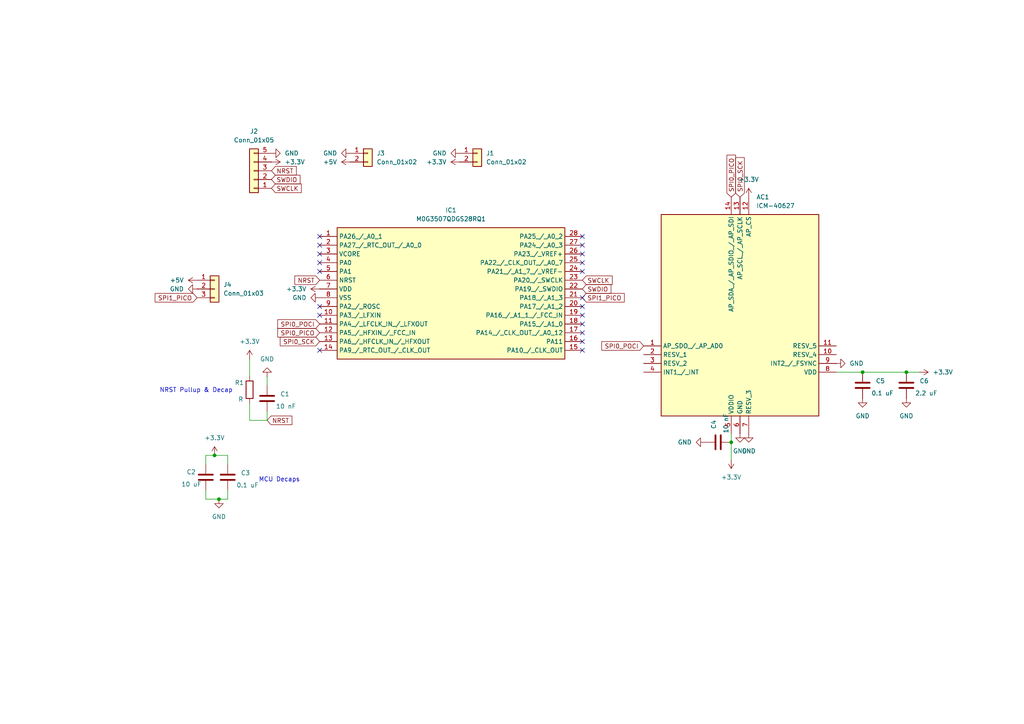
<source format=kicad_sch>
(kicad_sch (version 20231120) (generator "eeschema") (generator_version "8.0")
  (paper "A4")
  (lib_symbols
    (symbol "Connector_Generic:Conn_01x02" (pin_names (offset 1.016) hide)
      (property "Reference" "J" (at 0 2.54 0))
      (property "Value" "Conn_01x02" (at 0 -5.08 0))
      (symbol "Conn_01x02_1_1"
        (rectangle (start -1.27 -2.413) (end 0 -2.667) (stroke (width 0.1524)))
        (rectangle (start -1.27 0.127) (end 0 -0.127) (stroke (width 0.1524)))
        (rectangle (start -1.27 1.27) (end 1.27 -3.81) (stroke (width 0.254)) (fill (type background)))
        (pin passive line (at -5.08 0 0) (length 3.81) (name "Pin_1") (number "1"))
        (pin passive line (at -5.08 -2.54 0) (length 3.81) (name "Pin_2") (number "2"))
      )
    )
    (symbol "Connector_Generic:Conn_01x03" (pin_names (offset 1.016) hide)
      (property "Reference" "J" (at 0 5.08 0))
      (property "Value" "Conn_01x03" (at 0 -5.08 0))
      (symbol "Conn_01x03_1_1"
        (rectangle (start -1.27 -2.413) (end 0 -2.667) (stroke (width 0.1524)))
        (rectangle (start -1.27 0.127) (end 0 -0.127) (stroke (width 0.1524)))
        (rectangle (start -1.27 2.667) (end 0 2.413) (stroke (width 0.1524)))
        (rectangle (start -1.27 3.81) (end 1.27 -3.81) (stroke (width 0.254)) (fill (type background)))
        (pin passive line (at -5.08 2.54 0) (length 3.81) (name "Pin_1") (number "1"))
        (pin passive line (at -5.08 0 0) (length 3.81) (name "Pin_2") (number "2"))
        (pin passive line (at -5.08 -2.54 0) (length 3.81) (name "Pin_3") (number "3"))
      )
    )
    (symbol "Connector_Generic:Conn_01x05" (pin_names (offset 1.016) hide)
      (property "Reference" "J" (at 0 7.62 0))
      (property "Value" "Conn_01x05" (at 0 -7.62 0))
      (symbol "Conn_01x05_1_1"
        (rectangle (start -1.27 -4.953) (end 0 -5.207) (stroke (width 0.1524)))
        (rectangle (start -1.27 -2.413) (end 0 -2.667) (stroke (width 0.1524)))
        (rectangle (start -1.27 0.127) (end 0 -0.127) (stroke (width 0.1524)))
        (rectangle (start -1.27 2.667) (end 0 2.413) (stroke (width 0.1524)))
        (rectangle (start -1.27 5.207) (end 0 4.953) (stroke (width 0.1524)))
        (rectangle (start -1.27 6.35) (end 1.27 -6.35) (stroke (width 0.254)) (fill (type background)))
        (pin passive line (at -5.08 5.08 0) (length 3.81) (name "Pin_1") (number "1"))
        (pin passive line (at -5.08 2.54 0) (length 3.81) (name "Pin_2") (number "2"))
        (pin passive line (at -5.08 0 0) (length 3.81) (name "Pin_3") (number "3"))
        (pin passive line (at -5.08 -2.54 0) (length 3.81) (name "Pin_4") (number "4"))
        (pin passive line (at -5.08 -5.08 0) (length 3.81) (name "Pin_5") (number "5"))
      )
    )
    (symbol "Device:C" (pin_numbers hide) (pin_names (offset 0.254))
      (property "Reference" "C" (at 0.635 2.54 0))
      (property "Value" "C" (at 0.635 -2.54 0))
      (symbol "C_0_1"
        (polyline (pts (xy -2.032 -0.762) (xy 2.032 -0.762)) (stroke (width 0.508)))
        (polyline (pts (xy -2.032 0.762) (xy 2.032 0.762)) (stroke (width 0.508)))
      )
      (symbol "C_1_1"
        (pin passive line (at 0 3.81 270) (length 2.794) (name "~") (number "1"))
        (pin passive line (at 0 -3.81 90) (length 2.794) (name "~") (number "2"))
      )
    )
    (symbol "Device:R" (pin_numbers hide) (pin_names (offset 0))
      (property "Reference" "R" (at 2.032 0 90))
      (property "Value" "R" (at 0 0 90))
      (symbol "R_0_1"
        (rectangle (start -1.016 -2.54) (end 1.016 2.54) (stroke (width 0.254)))
      )
      (symbol "R_1_1"
        (pin passive line (at 0 3.81 270) (length 1.27) (name "~") (number "1"))
        (pin passive line (at 0 -3.81 90) (length 1.27) (name "~") (number "2"))
      )
    )
    (symbol "SamacSys_Parts:ICM-40627"
      (property "Reference" "AC" (at 52.07 43.18 0))
      (property "Value" "ICM-40627" (at 52.07 40.64 0))
      (symbol "ICM-40627_1_1"
        (rectangle (start 5.08 38.1) (end 50.8 -20.32) (stroke (width 0.254)) (fill (type background)))
        (pin passive line (at 0 0 0) (length 5.08) (name "AP_SDO_/_AP_AD0") (number "1"))
        (pin passive line (at 55.88 -2.54 180) (length 5.08) (name "RESV_4") (number "10"))
        (pin passive line (at 55.88 0 180) (length 5.08) (name "RESV_5") (number "11"))
        (pin passive line (at 30.48 43.18 270) (length 5.08) (name "AP_CS") (number "12"))
        (pin passive line (at 27.94 43.18 270) (length 5.08) (name "AP_SCL_/_AP_SCLK") (number "13"))
        (pin passive line (at 25.4 43.18 270) (length 5.08) (name "AP_SDA_/_AP_SDIO_/_AP_SDI") (number "14"))
        (pin passive line (at 0 -2.54 0) (length 5.08) (name "RESV_1") (number "2"))
        (pin passive line (at 0 -5.08 0) (length 5.08) (name "RESV_2") (number "3"))
        (pin passive line (at 0 -7.62 0) (length 5.08) (name "INT1_/_INT") (number "4"))
        (pin passive line (at 25.4 -25.4 90) (length 5.08) (name "VDDIO") (number "5"))
        (pin passive line (at 27.94 -25.4 90) (length 5.08) (name "GND") (number "6"))
        (pin passive line (at 30.48 -25.4 90) (length 5.08) (name "RESV_3") (number "7"))
        (pin passive line (at 55.88 -7.62 180) (length 5.08) (name "VDD") (number "8"))
        (pin passive line (at 55.88 -5.08 180) (length 5.08) (name "INT2_/_FSYNC") (number "9"))
      )
    )
    (symbol "SamacSys_Parts:M0G3507QDGS28RQ1"
      (property "Reference" "IC" (at 72.39 7.62 0))
      (property "Value" "M0G3507QDGS28RQ1" (at 72.39 5.08 0))
      (symbol "M0G3507QDGS28RQ1_1_1"
        (rectangle (start 5.08 2.54) (end 71.12 -35.56) (stroke (width 0.254)) (fill (type background)))
        (pin passive line (at 0 0 0) (length 5.08) (name "PA26_/_A0_1") (number "1"))
        (pin passive line (at 0 -22.86 0) (length 5.08) (name "PA3_/_LFXIN") (number "10"))
        (pin passive line (at 0 -25.4 0) (length 5.08) (name "PA4_/_LFCLK_IN_/_LFXOUT") (number "11"))
        (pin passive line (at 0 -27.94 0) (length 5.08) (name "PA5_/_HFXIN_/_FCC_IN") (number "12"))
        (pin passive line (at 0 -30.48 0) (length 5.08) (name "PA6_/_HFCLK_IN_/_HFXOUT") (number "13"))
        (pin passive line (at 0 -33.02 0) (length 5.08) (name "PA9_/_RTC_OUT_/_CLK_OUT") (number "14"))
        (pin passive line (at 76.2 -33.02 180) (length 5.08) (name "PA10_/_CLK_OUT") (number "15"))
        (pin passive line (at 76.2 -30.48 180) (length 5.08) (name "PA11") (number "16"))
        (pin passive line (at 76.2 -27.94 180) (length 5.08) (name "PA14_/_CLK_OUT_/_A0_12") (number "17"))
        (pin passive line (at 76.2 -25.4 180) (length 5.08) (name "PA15_/_A1_0") (number "18"))
        (pin passive line (at 76.2 -22.86 180) (length 5.08) (name "PA16_/_A1_1_/_FCC_IN") (number "19"))
        (pin passive line (at 0 -2.54 0) (length 5.08) (name "PA27_/_RTC_OUT_/_A0_0") (number "2"))
        (pin passive line (at 76.2 -20.32 180) (length 5.08) (name "PA17_/_A1_2") (number "20"))
        (pin passive line (at 76.2 -17.78 180) (length 5.08) (name "PA18_/_A1_3") (number "21"))
        (pin passive line (at 76.2 -15.24 180) (length 5.08) (name "PA19_/_SWDIO") (number "22"))
        (pin passive line (at 76.2 -12.7 180) (length 5.08) (name "PA20_/_SWCLK") (number "23"))
        (pin passive line (at 76.2 -10.16 180) (length 5.08) (name "PA21_/_A1_7_/_VREF-") (number "24"))
        (pin passive line (at 76.2 -7.62 180) (length 5.08) (name "PA22_/_CLK_OUT_/_A0_7") (number "25"))
        (pin passive line (at 76.2 -5.08 180) (length 5.08) (name "PA23_/_VREF+") (number "26"))
        (pin passive line (at 76.2 -2.54 180) (length 5.08) (name "PA24_/_A0_3") (number "27"))
        (pin passive line (at 76.2 0 180) (length 5.08) (name "PA25_/_A0_2") (number "28"))
        (pin passive line (at 0 -5.08 0) (length 5.08) (name "VCORE") (number "3"))
        (pin passive line (at 0 -7.62 0) (length 5.08) (name "PA0") (number "4"))
        (pin passive line (at 0 -10.16 0) (length 5.08) (name "PA1") (number "5"))
        (pin passive line (at 0 -12.7 0) (length 5.08) (name "NRST") (number "6"))
        (pin passive line (at 0 -15.24 0) (length 5.08) (name "VDD") (number "7"))
        (pin passive line (at 0 -17.78 0) (length 5.08) (name "VSS") (number "8"))
        (pin passive line (at 0 -20.32 0) (length 5.08) (name "PA2_/_ROSC") (number "9"))
      )
    )
    (symbol "power:+3.3V" (power) (pin_numbers hide) (pin_names (offset 0) hide)
      (property "Value" "+3.3V" (at 0 3.556 0))
      (symbol "+3.3V_0_1"
        (polyline (pts (xy -0.762 1.27) (xy 0 2.54)))
        (polyline (pts (xy 0 0) (xy 0 2.54)))
        (polyline (pts (xy 0 2.54) (xy 0.762 1.27)))
      )
      (symbol "+3.3V_1_1"
        (pin power_in line (at 0 0 90) (length 0) (name "~") (number "1"))
      )
    )
    (symbol "power:+5V" (power) (pin_numbers hide) (pin_names (offset 0) hide)
      (property "Value" "+5V" (at 0 3.556 0))
      (symbol "+5V_0_1"
        (polyline (pts (xy -0.762 1.27) (xy 0 2.54)))
        (polyline (pts (xy 0 0) (xy 0 2.54)))
        (polyline (pts (xy 0 2.54) (xy 0.762 1.27)))
      )
      (symbol "+5V_1_1"
        (pin power_in line (at 0 0 90) (length 0) (name "~") (number "1"))
      )
    )
    (symbol "power:GND" (power) (pin_numbers hide) (pin_names (offset 0) hide)
      (property "Value" "GND" (at 0 -3.81 0))
      (symbol "GND_0_1"
        (polyline (pts (xy 0 0) (xy 0 -1.27) (xy 1.27 -1.27) (xy 0 -2.54) (xy -1.27 -1.27) (xy 0 -1.27)))
      )
      (symbol "GND_1_1"
        (pin power_in line (at 0 0 270) (length 0) (name "~") (number "1"))
      )
    )
  )
  (junction (at 62.23 132.08))
  (junction (at 262.89 107.95))
  (junction (at 63.5 144.78))
  (junction (at 250.19 107.95))
  (junction (at 212.09 128.27))
  (no_connect (at 92.71 91.44))
  (no_connect (at 92.71 71.12))
  (no_connect (at 168.91 73.66))
  (no_connect (at 168.91 91.44))
  (no_connect (at 168.91 68.58))
  (no_connect (at 168.91 93.98))
  (no_connect (at 92.71 88.9))
  (no_connect (at 168.91 99.06))
  (no_connect (at 92.71 73.66))
  (no_connect (at 168.91 96.52))
  (no_connect (at 92.71 68.58))
  (no_connect (at 168.91 71.12))
  (no_connect (at 168.91 88.9))
  (no_connect (at 168.91 76.2))
  (no_connect (at 92.71 76.2))
  (no_connect (at 168.91 86.36))
  (no_connect (at 168.91 101.6))
  (no_connect (at 168.91 78.74))
  (no_connect (at 92.71 101.6))
  (no_connect (at 92.71 78.74))
  (wire (pts (xy 72.39 121.92) (xy 77.47 121.92)))
  (wire (pts (xy 77.47 119.38) (xy 77.47 121.92)))
  (wire (pts (xy 59.69 142.24) (xy 59.69 144.78)))
  (wire (pts (xy 72.39 104.14) (xy 72.39 109.22)))
  (wire (pts (xy 59.69 144.78) (xy 63.5 144.78)))
  (wire (pts (xy 77.47 111.76) (xy 77.47 109.22)))
  (wire (pts (xy 66.04 132.08) (xy 66.04 134.62)))
  (wire (pts (xy 266.7 107.95) (xy 262.89 107.95)))
  (wire (pts (xy 59.69 132.08) (xy 59.69 134.62)))
  (wire (pts (xy 66.04 142.24) (xy 66.04 144.78)))
  (wire (pts (xy 250.19 107.95) (xy 242.57 107.95)))
  (wire (pts (xy 62.23 132.08) (xy 66.04 132.08)))
  (wire (pts (xy 262.89 107.95) (xy 250.19 107.95)))
  (wire (pts (xy 212.09 128.27) (xy 212.09 125.73)))
  (wire (pts (xy 72.39 116.84) (xy 72.39 121.92)))
  (wire (pts (xy 212.09 133.35) (xy 212.09 128.27)))
  (wire (pts (xy 63.5 144.78) (xy 66.04 144.78)))
  (wire (pts (xy 59.69 132.08) (xy 62.23 132.08)))
  (text "NRST Pullup & Decap" (at 56.896 113.284 0) (effects (font (size 1.27 1.27))))
  (text "MCU Decaps" (at 81.026 139.192 0) (effects (font (size 1.27 1.27))))
  (global_label "SPI0_PICO" (shape input) (at 92.71 96.52 180) (property "Intersheetrefs" "${INTERSHEET_REFS}" (effects (hide yes))))
  (global_label "SPI0_PICO" (shape input) (at 212.09 57.15 90) (property "Intersheetrefs" "${INTERSHEET_REFS}" (effects (hide yes))))
  (global_label "SPI0_POCI" (shape input) (at 186.69 100.33 180) (property "Intersheetrefs" "${INTERSHEET_REFS}" (effects (hide yes))))
  (global_label "SWCLK" (shape input) (at 78.74 54.61 0) (property "Intersheetrefs" "${INTERSHEET_REFS}" (effects (hide yes))))
  (global_label "SPI0_POCI" (shape input) (at 92.71 93.98 180) (property "Intersheetrefs" "${INTERSHEET_REFS}" (effects (hide yes))))
  (global_label "SPI1_PICO" (shape input) (at 57.15 86.36 180) (property "Intersheetrefs" "${INTERSHEET_REFS}" (effects (hide yes))))
  (global_label "SPI1_PICO" (shape input) (at 168.91 86.36 0) (property "Intersheetrefs" "${INTERSHEET_REFS}" (effects (hide yes))))
  (global_label "SWDIO" (shape input) (at 168.91 83.82 0) (property "Intersheetrefs" "${INTERSHEET_REFS}" (effects (hide yes))))
  (global_label "NRST" (shape input) (at 92.71 81.28 180) (property "Intersheetrefs" "${INTERSHEET_REFS}" (effects (hide yes))))
  (global_label "SPI0_SCK" (shape input) (at 92.71 99.06 180) (property "Intersheetrefs" "${INTERSHEET_REFS}" (effects (hide yes))))
  (global_label "SPI0_SCK" (shape input) (at 214.63 57.15 90) (property "Intersheetrefs" "${INTERSHEET_REFS}" (effects (hide yes))))
  (global_label "NRST" (shape input) (at 78.74 49.53 0) (property "Intersheetrefs" "${INTERSHEET_REFS}" (effects (hide yes))))
  (global_label "NRST" (shape input) (at 77.47 121.92 0) (property "Intersheetrefs" "${INTERSHEET_REFS}" (effects (hide yes))))
  (global_label "SWCLK" (shape input) (at 168.91 81.28 0) (property "Intersheetrefs" "${INTERSHEET_REFS}" (effects (hide yes))))
  (global_label "SWDIO" (shape input) (at 78.74 52.07 0) (property "Intersheetrefs" "${INTERSHEET_REFS}" (effects (hide yes))))
  (symbol (lib_id "power:+3.3V") (at 212.09 133.35 180) (unit 1)
    (property "Reference" "#PWR014" (effects (hide yes)))
    (property "Value" "+3.3V" (at 212.09 138.43 0))
    (property "Description" "Power symbol creates a global label with name \"+3.3V\"" (effects (hide yes)))
  )
  (symbol (lib_id "power:GND") (at 57.15 83.82 270) (unit 1)
    (property "Reference" "#PWR034" (effects (hide yes)))
    (property "Value" "GND" (at 53.34 83.8199 90) (effects (justify right)))
    (property "Description" "Power symbol creates a global label with name \"GND\" , ground" (effects (hide yes)))
  )
  (symbol (lib_id "power:+3.3V") (at 72.39 104.14 0) (unit 1)
    (property "Reference" "#PWR05" (effects (hide yes)))
    (property "Value" "+3.3V" (at 72.39 99.06 0))
    (property "Description" "Power symbol creates a global label with name \"+3.3V\"" (effects (hide yes)))
  )
  (symbol (lib_id "SamacSys_Parts:M0G3507QDGS28RQ1") (at 92.71 68.58 0) (unit 1)
    (property "Reference" "IC1" (at 130.81 60.96 0))
    (property "Value" "M0G3507QDGS28RQ1" (at 130.81 63.5 0))
    (property "Footprint" "SOP50P490X110-28N" (effects (hide yes)))
    (property "Datasheet" "https://www.ti.com/lit/ds/symlink/mspm0g3507-q1.pdf" (effects (hide yes)))
    (property "Description" "ARM Microcontrollers - MCU Automotive, 80MHz Arm M0+ MCU, 128KB Flash, 32KB SRAM, 12bit ADC, DAC, COMP, op-amp, CAN-FD, MATHACL 28-VSSOP -40 to 125" (effects (hide yes)))
    (property "Height" "1.1" (effects (hide yes)))
    (property "Manufacturer_Name" "Texas Instruments" (effects (hide yes)))
    (property "Manufacturer_Part_Number" "M0G3507QDGS28RQ1" (effects (hide yes)))
    (property "Mouser Part Number" "595-M0G3507QDGS28RQ1" (effects (hide yes)))
    (property "Mouser Price/Stock" "https://www.mouser.co.uk/ProductDetail/Texas-Instruments/M0G3507QDGS28RQ1?qs=VVKQmw408U%252BdOOdqA2fcXA%3D%3D" (effects (hide yes)))
  )
  (symbol (lib_id "Connector_Generic:Conn_01x02") (at 106.68 44.45 0) (unit 1)
    (property "Reference" "J3" (at 109.22 44.4499 0) (effects (justify left)))
    (property "Value" "Conn_01x02" (at 109.22 46.9899 0) (effects (justify left)))
    (property "Footprint" "Connector_PinHeader_2.54mm:PinHeader_1x02_P2.54mm_Vertical" (effects (hide yes)))
    (property "Description" "Generic connector, single row, 01x02, script generated (kicad-library-utils/schlib/autogen/connector/)" (effects (hide yes)))
  )
  (symbol (lib_id "power:GND") (at 250.19 115.57 0) (unit 1)
    (property "Reference" "#PWR020" (effects (hide yes)))
    (property "Value" "GND" (at 250.19 120.65 0))
    (property "Description" "Power symbol creates a global label with name \"GND\" , ground" (effects (hide yes)))
  )
  (symbol (lib_id "Device:C") (at 250.19 111.76 0) (unit 1)
    (property "Reference" "C5" (at 254 110.4899 0) (effects (justify left)))
    (property "Value" "0.1 uF" (at 252.73 114.046 0) (effects (justify left)))
    (property "Footprint" "Capacitor_THT:CP_Radial_D4.0mm_P2.00mm" (effects (hide yes)))
    (property "Description" "Unpolarized capacitor" (effects (hide yes)))
  )
  (symbol (lib_id "Device:R") (at 72.39 113.03 0) (unit 1)
    (property "Reference" "R1" (at 68.072 110.998 0) (effects (justify left)))
    (property "Value" "R" (at 69.088 115.824 0) (effects (justify left)))
    (property "Footprint" "Resistor_SMD:R_0805_2012Metric_Pad1.20x1.40mm_HandSolder" (effects (hide yes)))
    (property "Description" "Resistor" (effects (hide yes)))
  )
  (symbol (lib_id "power:GND") (at 77.47 109.22 180) (unit 1)
    (property "Reference" "#PWR06" (effects (hide yes)))
    (property "Value" "GND" (at 77.47 104.14 0))
    (property "Description" "Power symbol creates a global label with name \"GND\" , ground" (effects (hide yes)))
  )
  (symbol (lib_id "power:GND") (at 217.17 125.73 0) (unit 1)
    (property "Reference" "#PWR018" (effects (hide yes)))
    (property "Value" "GND" (at 217.17 130.81 0))
    (property "Description" "Power symbol creates a global label with name \"GND\" , ground" (effects (hide yes)))
  )
  (symbol (lib_id "power:GND") (at 204.47 128.27 270) (unit 1)
    (property "Reference" "#PWR016" (effects (hide yes)))
    (property "Value" "GND" (at 200.66 128.2699 90) (effects (justify right)))
    (property "Description" "Power symbol creates a global label with name \"GND\" , ground" (effects (hide yes)))
  )
  (symbol (lib_id "power:+3.3V") (at 62.23 132.08 0) (unit 1)
    (property "Reference" "#PWR07" (effects (hide yes)))
    (property "Value" "+3.3V" (at 62.23 127 0))
    (property "Description" "Power symbol creates a global label with name \"+3.3V\"" (effects (hide yes)))
  )
  (symbol (lib_id "power:+5V") (at 101.6 46.99 90) (unit 1)
    (property "Reference" "#PWR023" (effects (hide yes)))
    (property "Value" "+5V" (at 97.79 46.9899 90) (effects (justify left)))
    (property "Description" "Power symbol creates a global label with name \"+5V\"" (effects (hide yes)))
  )
  (symbol (lib_id "Device:C") (at 262.89 111.76 0) (unit 1)
    (property "Reference" "C6" (at 266.7 110.4899 0) (effects (justify left)))
    (property "Value" "2.2 uF" (at 265.43 114.046 0) (effects (justify left)))
    (property "Footprint" "Capacitor_THT:CP_Radial_D4.0mm_P2.00mm" (effects (hide yes)))
    (property "Description" "Unpolarized capacitor" (effects (hide yes)))
  )
  (symbol (lib_id "power:+3.3V") (at 92.71 83.82 90) (unit 1)
    (property "Reference" "#PWR04" (effects (hide yes)))
    (property "Value" "+3.3V" (at 88.9 83.8199 90) (effects (justify left)))
    (property "Description" "Power symbol creates a global label with name \"+3.3V\"" (effects (hide yes)))
  )
  (symbol (lib_id "Connector_Generic:Conn_01x03") (at 62.23 83.82 0) (unit 1)
    (property "Reference" "J4" (at 64.77 82.5499 0) (effects (justify left)))
    (property "Value" "Conn_01x03" (at 64.77 85.0899 0) (effects (justify left)))
    (property "Footprint" "Connector_PinHeader_2.54mm:PinHeader_1x03_P2.54mm_Vertical" (effects (hide yes)))
    (property "Description" "Generic connector, single row, 01x03, script generated (kicad-library-utils/schlib/autogen/connector/)" (effects (hide yes)))
  )
  (symbol (lib_id "power:+3.3V") (at 266.7 107.95 270) (unit 1)
    (property "Reference" "#PWR09" (effects (hide yes)))
    (property "Value" "+3.3V" (at 270.51 107.9499 90) (effects (justify left)))
    (property "Description" "Power symbol creates a global label with name \"+3.3V\"" (effects (hide yes)))
  )
  (symbol (lib_id "power:+3.3V") (at 78.74 46.99 270) (unit 1)
    (property "Reference" "#PWR012" (effects (hide yes)))
    (property "Value" "+3.3V" (at 82.55 46.9899 90) (effects (justify left)))
    (property "Description" "Power symbol creates a global label with name \"+3.3V\"" (effects (hide yes)))
  )
  (symbol (lib_id "power:GND") (at 242.57 105.41 90) (unit 1)
    (property "Reference" "#PWR019" (effects (hide yes)))
    (property "Value" "GND" (at 246.38 105.4099 90) (effects (justify right)))
    (property "Description" "Power symbol creates a global label with name \"GND\" , ground" (effects (hide yes)))
  )
  (symbol (lib_id "power:+3.3V") (at 133.35 46.99 90) (unit 1)
    (property "Reference" "#PWR02" (effects (hide yes)))
    (property "Value" "+3.3V" (at 129.54 46.9899 90) (effects (justify left)))
    (property "Description" "Power symbol creates a global label with name \"+3.3V\"" (effects (hide yes)))
  )
  (symbol (lib_id "Connector_Generic:Conn_01x05") (at 73.66 49.53 180) (unit 1)
    (property "Reference" "J2" (at 73.66 38.1 0))
    (property "Value" "Conn_01x05" (at 73.66 40.64 0))
    (property "Footprint" "Connector_PinHeader_2.54mm:PinHeader_1x05_P2.54mm_Horizontal" (effects (hide yes)))
    (property "Description" "Generic connector, single row, 01x05, script generated (kicad-library-utils/schlib/autogen/connector/)" (effects (hide yes)))
  )
  (symbol (lib_id "power:GND") (at 133.35 44.45 270) (unit 1)
    (property "Reference" "#PWR01" (effects (hide yes)))
    (property "Value" "GND" (at 129.54 44.4499 90) (effects (justify right)))
    (property "Description" "Power symbol creates a global label with name \"GND\" , ground" (effects (hide yes)))
  )
  (symbol (lib_id "Device:C") (at 208.28 128.27 90) (unit 1)
    (property "Reference" "C4" (at 207.0099 124.46 0) (effects (justify left)))
    (property "Value" "10 nF" (at 210.566 125.73 0) (effects (justify left)))
    (property "Footprint" "Capacitor_THT:CP_Radial_D5.0mm_P2.50mm" (effects (hide yes)))
    (property "Description" "Unpolarized capacitor" (effects (hide yes)))
  )
  (symbol (lib_id "Connector_Generic:Conn_01x02") (at 138.43 44.45 0) (unit 1)
    (property "Reference" "J1" (at 140.97 44.4499 0) (effects (justify left)))
    (property "Value" "Conn_01x02" (at 140.97 46.9899 0) (effects (justify left)))
    (property "Footprint" "Connector_PinHeader_2.54mm:PinHeader_1x02_P2.54mm_Vertical" (effects (hide yes)))
    (property "Description" "Generic connector, single row, 01x02, script generated (kicad-library-utils/schlib/autogen/connector/)" (effects (hide yes)))
  )
  (symbol (lib_id "power:GND") (at 214.63 125.73 0) (unit 1)
    (property "Reference" "#PWR015" (effects (hide yes)))
    (property "Value" "GND" (at 214.63 130.81 0))
    (property "Description" "Power symbol creates a global label with name \"GND\" , ground" (effects (hide yes)))
  )
  (symbol (lib_id "power:GND") (at 92.71 86.36 270) (unit 1)
    (property "Reference" "#PWR03" (effects (hide yes)))
    (property "Value" "GND" (at 88.9 86.3599 90) (effects (justify right)))
    (property "Description" "Power symbol creates a global label with name \"GND\" , ground" (effects (hide yes)))
  )
  (symbol (lib_id "Device:C") (at 59.69 138.43 0) (unit 1)
    (property "Reference" "C2" (at 54.102 136.906 0) (effects (justify left)))
    (property "Value" "10 uF" (at 52.578 140.462 0) (effects (justify left)))
    (property "Footprint" "Capacitor_SMD:C_1210_3225Metric_Pad1.33x2.70mm_HandSolder" (effects (hide yes)))
    (property "Description" "Unpolarized capacitor" (effects (hide yes)))
  )
  (symbol (lib_id "SamacSys_Parts:ICM-40627") (at 186.69 100.33 0) (unit 1)
    (property "Reference" "AC1" (at 219.3641 57.15 0) (effects (justify left)))
    (property "Value" "ICM-40627" (at 219.3641 59.69 0) (effects (justify left)))
    (property "Footprint" "IIM42352" (effects (hide yes)))
    (property "Datasheet" "https://3cfeqx1hf82y3xcoull08ihx-wpengine.netdna-ssl.com/wp-content/uploads/2021/04/DS-000381-ICM-40627-v1.2.pdf" (effects (hide yes)))
    (property "Description" "IMUs - Inertial Measurement Units Highly accurate MEMS based motion sensor with bundled Air Motion algorithm for pointing and motion control" (effects (hide yes)))
    (property "Manufacturer_Name" "TDK" (effects (hide yes)))
    (property "Manufacturer_Part_Number" "ICM-40627" (effects (hide yes)))
    (property "Mouser Part Number" "410-ICM-40627" (effects (hide yes)))
    (property "Mouser Price/Stock" "https://www.mouser.co.uk/ProductDetail/TDK-InvenSense/ICM-40627?qs=iLbezkQI%252BsgePVjJNSY7vQ%3D%3D" (effects (hide yes)))
    (property "Arrow Part Number" "ICM-40627" (effects (hide yes)))
    (property "Arrow Price/Stock" "https://www.arrow.com/en/products/icm-40627/invensense?region=nac" (effects (hide yes)))
  )
  (symbol (lib_id "power:+5V") (at 57.15 81.28 90) (unit 1)
    (property "Reference" "#PWR033" (effects (hide yes)))
    (property "Value" "+5V" (at 53.34 81.2799 90) (effects (justify left)))
    (property "Description" "Power symbol creates a global label with name \"+5V\"" (effects (hide yes)))
  )
  (symbol (lib_id "Device:C") (at 77.47 115.57 0) (unit 1)
    (property "Reference" "C1" (at 81.28 114.2999 0) (effects (justify left)))
    (property "Value" "10 nF" (at 80.01 117.856 0) (effects (justify left)))
    (property "Footprint" "Capacitor_SMD:C_0805_2012Metric_Pad1.18x1.45mm_HandSolder" (effects (hide yes)))
    (property "Description" "Unpolarized capacitor" (effects (hide yes)))
  )
  (symbol (lib_id "power:GND") (at 101.6 44.45 270) (unit 1)
    (property "Reference" "#PWR022" (effects (hide yes)))
    (property "Value" "GND" (at 97.79 44.4499 90) (effects (justify right)))
    (property "Description" "Power symbol creates a global label with name \"GND\" , ground" (effects (hide yes)))
  )
  (symbol (lib_id "power:GND") (at 78.74 44.45 90) (unit 1)
    (property "Reference" "#PWR010" (effects (hide yes)))
    (property "Value" "GND" (at 82.55 44.4499 90) (effects (justify right)))
    (property "Description" "Power symbol creates a global label with name \"GND\" , ground" (effects (hide yes)))
  )
  (symbol (lib_id "power:+3.3V") (at 217.17 57.15 0) (unit 1)
    (property "Reference" "#PWR017" (effects (hide yes)))
    (property "Value" "+3.3V" (at 217.17 52.07 0))
    (property "Description" "Power symbol creates a global label with name \"+3.3V\"" (effects (hide yes)))
  )
  (symbol (lib_id "power:GND") (at 262.89 115.57 0) (unit 1)
    (property "Reference" "#PWR021" (effects (hide yes)))
    (property "Value" "GND" (at 262.89 120.65 0))
    (property "Description" "Power symbol creates a global label with name \"GND\" , ground" (effects (hide yes)))
  )
  (symbol (lib_id "power:GND") (at 63.5 144.78 0) (unit 1)
    (property "Reference" "#PWR08" (effects (hide yes)))
    (property "Value" "GND" (at 63.5 149.86 0))
    (property "Description" "Power symbol creates a global label with name \"GND\" , ground" (effects (hide yes)))
  )
  (symbol (lib_id "Device:C") (at 66.04 138.43 0) (unit 1)
    (property "Reference" "C3" (at 69.85 137.1599 0) (effects (justify left)))
    (property "Value" "0.1 uF" (at 68.58 140.716 0) (effects (justify left)))
    (property "Footprint" "Capacitor_SMD:C_0805_2012Metric_Pad1.18x1.45mm_HandSolder" (effects (hide yes)))
    (property "Description" "Unpolarized capacitor" (effects (hide yes)))
  )
)
</source>
